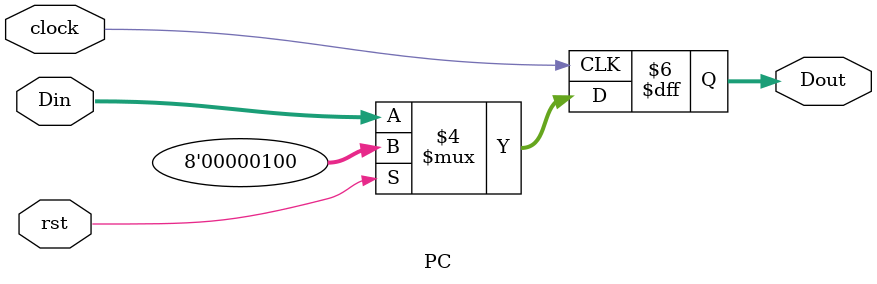
<source format=v>
module PC (clock, rst, Din, Dout);

 input  		clock, rst;
 input  		[7:0] Din;
 output reg [7:0] Dout;

 always @(posedge clock) begin
 
  if (rst == 0)
   Dout = Din;
  else
	Dout = 8'b0 + 4;
 
 end

endmodule 
</source>
